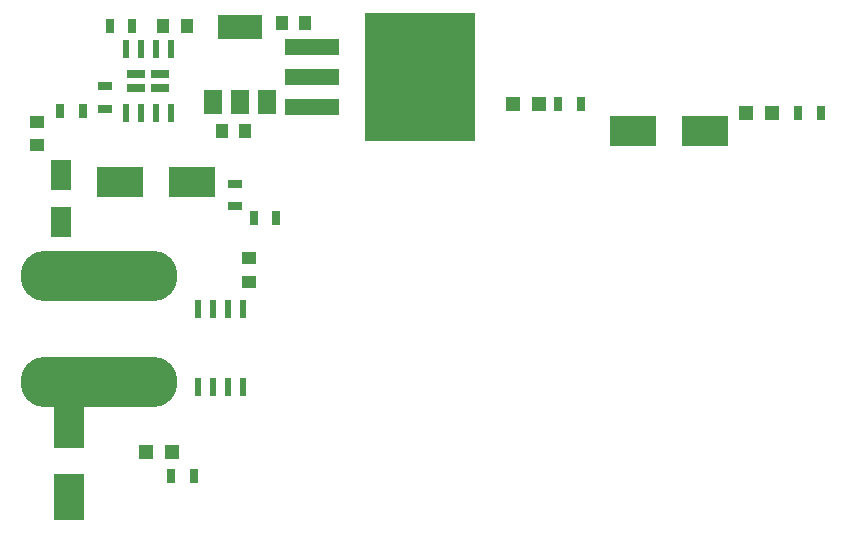
<source format=gtp>
G04 #@! TF.FileFunction,Paste,Top*
%FSLAX46Y46*%
G04 Gerber Fmt 4.6, Leading zero omitted, Abs format (unit mm)*
G04 Created by KiCad (PCBNEW 4.0.7-e2-6376~58~ubuntu16.04.1) date Thu Apr 12 02:42:30 2018*
%MOMM*%
%LPD*%
G01*
G04 APERTURE LIST*
%ADD10C,0.100000*%
%ADD11R,2.500000X4.000000*%
%ADD12R,1.250000X1.000000*%
%ADD13R,4.000000X2.500000*%
%ADD14R,1.000000X1.250000*%
%ADD15R,1.800000X2.500000*%
%ADD16C,1.524000*%
%ADD17O,13.300000X4.300000*%
%ADD18R,0.700000X1.300000*%
%ADD19R,1.300000X0.700000*%
%ADD20R,0.600000X1.550000*%
%ADD21R,1.500000X0.705000*%
%ADD22R,0.508000X1.524000*%
%ADD23R,3.800000X2.000000*%
%ADD24R,1.500000X2.000000*%
%ADD25R,1.200000X1.200000*%
%ADD26R,4.600000X1.390000*%
%ADD27R,9.400000X10.800000*%
G04 APERTURE END LIST*
D10*
D11*
X23368000Y-68324000D03*
X23368000Y-74424000D03*
D12*
X20701000Y-42688000D03*
X20701000Y-44688000D03*
D13*
X33784000Y-47752000D03*
X27684000Y-47752000D03*
D14*
X43418000Y-34290000D03*
X41418000Y-34290000D03*
D13*
X77218000Y-43434000D03*
X71118000Y-43434000D03*
D14*
X38338000Y-43434000D03*
X36338000Y-43434000D03*
X33385000Y-34544000D03*
X31385000Y-34544000D03*
D12*
X38608000Y-56245000D03*
X38608000Y-54245000D03*
D15*
X22733000Y-51149000D03*
X22733000Y-47149000D03*
D16*
X20828000Y-56388000D03*
D17*
X25908000Y-55698000D03*
X25908000Y-64698000D03*
D16*
X20828000Y-64008000D03*
D18*
X87056000Y-41910000D03*
X85156000Y-41910000D03*
X66736000Y-41148000D03*
X64836000Y-41148000D03*
X32070000Y-72644000D03*
X33970000Y-72644000D03*
X28763000Y-34544000D03*
X26863000Y-34544000D03*
X24572000Y-41783000D03*
X22672000Y-41783000D03*
D19*
X26416000Y-39690000D03*
X26416000Y-41590000D03*
X37465000Y-47945000D03*
X37465000Y-49845000D03*
D18*
X39055000Y-50800000D03*
X40955000Y-50800000D03*
D20*
X32004000Y-36543000D03*
X30734000Y-36543000D03*
X29464000Y-36543000D03*
X28194000Y-36543000D03*
X28194000Y-41943000D03*
X29464000Y-41943000D03*
X30734000Y-41943000D03*
X32004000Y-41943000D03*
D21*
X29099000Y-39830500D03*
X31099000Y-39830500D03*
X29099000Y-38655500D03*
X31099000Y-38655500D03*
D22*
X38100000Y-65151000D03*
X36830000Y-65151000D03*
X35560000Y-65151000D03*
X34290000Y-65151000D03*
X34290000Y-58547000D03*
X35560000Y-58547000D03*
X36830000Y-58547000D03*
X38100000Y-58547000D03*
D23*
X37846000Y-34696000D03*
D24*
X37846000Y-40996000D03*
X40146000Y-40996000D03*
X35546000Y-40996000D03*
D25*
X80688000Y-41910000D03*
X82888000Y-41910000D03*
X61003000Y-41148000D03*
X63203000Y-41148000D03*
X29888000Y-70612000D03*
X32088000Y-70612000D03*
D26*
X43934000Y-38862000D03*
D27*
X53094000Y-38862000D03*
D26*
X43934000Y-41402000D03*
X43934000Y-36322000D03*
M02*

</source>
